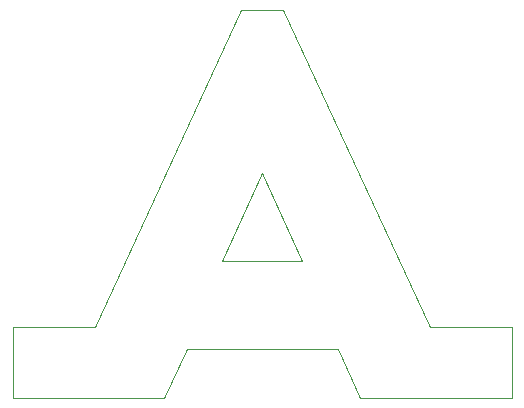
<source format=gm1>
G04 #@! TF.FileFunction,Profile,NP*
%FSLAX46Y46*%
G04 Gerber Fmt 4.6, Leading zero omitted, Abs format (unit mm)*
G04 Created by KiCad (PCBNEW 4.0.0-rc2-stable) date 3/3/2016 3:07:13 PM*
%MOMM*%
G01*
G04 APERTURE LIST*
%ADD10C,0.150000*%
%ADD11C,0.100000*%
G04 APERTURE END LIST*
D10*
D11*
X84130000Y-51160000D02*
X76030000Y-51160000D01*
X76030000Y-51160000D02*
X74130000Y-47080000D01*
X74130000Y-47080000D02*
X61340000Y-47080000D01*
X61340000Y-47080000D02*
X59440000Y-51160000D01*
X59440000Y-51160000D02*
X51330000Y-51160000D01*
X51330000Y-51160000D02*
X51330000Y-51150000D01*
X51330000Y-51150000D02*
X46630000Y-51150000D01*
X46630000Y-51150000D02*
X46630000Y-45150000D01*
X46630000Y-45150000D02*
X53540000Y-45150000D01*
X53540000Y-45150000D02*
X65930000Y-18310000D01*
X65930000Y-18310000D02*
X69490000Y-18310000D01*
X69490000Y-18310000D02*
X81920000Y-45150000D01*
X81920000Y-45150000D02*
X88830000Y-45150000D01*
X88830000Y-45150000D02*
X88830000Y-51150000D01*
X88830000Y-51150000D02*
X84140000Y-51150000D01*
X84140000Y-51150000D02*
X84130000Y-51160000D01*
X84130000Y-51160000D02*
X84130000Y-51160000D01*
X84130000Y-51160000D02*
X84130000Y-51160000D01*
X67690000Y-32160000D02*
X64350000Y-39620000D01*
X64350000Y-39620000D02*
X71120000Y-39620000D01*
X71120000Y-39620000D02*
X67690000Y-32160000D01*
X67690000Y-32160000D02*
X67690000Y-32160000D01*
X67690000Y-32160000D02*
X67690000Y-32160000D01*
M02*

</source>
